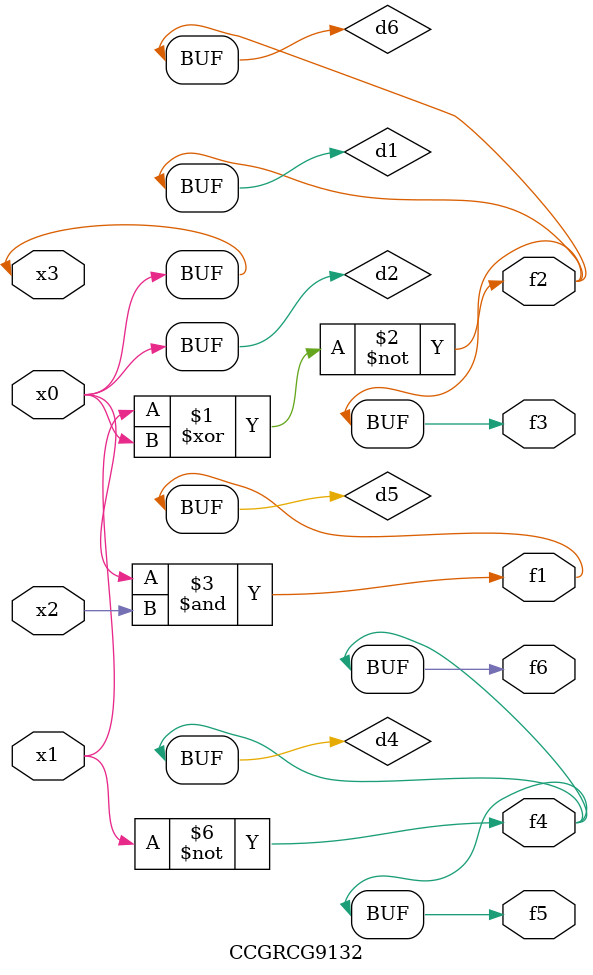
<source format=v>
module CCGRCG9132(
	input x0, x1, x2, x3,
	output f1, f2, f3, f4, f5, f6
);

	wire d1, d2, d3, d4, d5, d6;

	xnor (d1, x1, x3);
	buf (d2, x0, x3);
	nand (d3, x0, x2);
	not (d4, x1);
	nand (d5, d3);
	or (d6, d1);
	assign f1 = d5;
	assign f2 = d6;
	assign f3 = d6;
	assign f4 = d4;
	assign f5 = d4;
	assign f6 = d4;
endmodule

</source>
